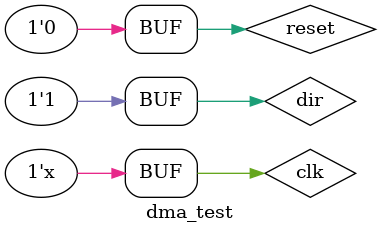
<source format=v>
`timescale 1ns / 1ps


module dma_test();
    reg clk, reset, dir, mem_to_dma_valid, mem_to_dma_enable, cpu_to_dma_valid, cpu_to_dma_enable;
    reg [3:0] mem_data_out;
    reg [7:0] cpu_data_out;
    wire [3:0] mem_data_in;
    wire [7:0] cpu_data_in, data_out1, data_out2;
    wire dma_to_mem_enable, dma_to_mem_valid, dma_to_cpu_enable, dma_to_cpu_valid;
    wire [63:0] buff1, buff2;

    dma uut_dma(
        .clk(clk), .reset(reset), .dir(dir), .mem_data_out(mem_data_out), .cpu_data_out(cpu_data_out),
        .mem_to_dma_valid(mem_to_dma_valid), .mem_to_dma_enable(mem_to_dma_enable),
        .cpu_to_dma_valid(cpu_to_dma_valid), .cpu_to_dma_enable(cpu_to_dma_enable),
        .mem_data_in(mem_data_in), .cpu_data_in(cpu_data_in),
        .dma_to_mem_enable(dma_to_mem_enable), .dma_to_mem_valid(dma_to_mem_valid),
        .dma_to_cpu_enable(dma_to_cpu_enable), .dma_to_cpu_valid(dma_to_cpu_valid),
        .buff1(buff1), .buff2(buff2),
        .data_out1(data_out1), .data_out2(data_out2)
    );

    always #10 clk = ~clk;
    initial begin
        clk = 0; reset = 1; dir = 1;
        mem_to_dma_valid = 0; mem_to_dma_enable = 0;
        cpu_to_dma_valid = 0; cpu_to_dma_enable = 0;
        mem_data_out = 0;
        cpu_data_out = 1;
        #1 reset = 0;
    end

    always @(posedge clk) begin
        {mem_to_dma_valid, mem_to_dma_enable, cpu_to_dma_valid, cpu_to_dma_enable} = {$random};
        mem_data_out = {$random};
        cpu_data_out = {$random};
    end
endmodule

</source>
